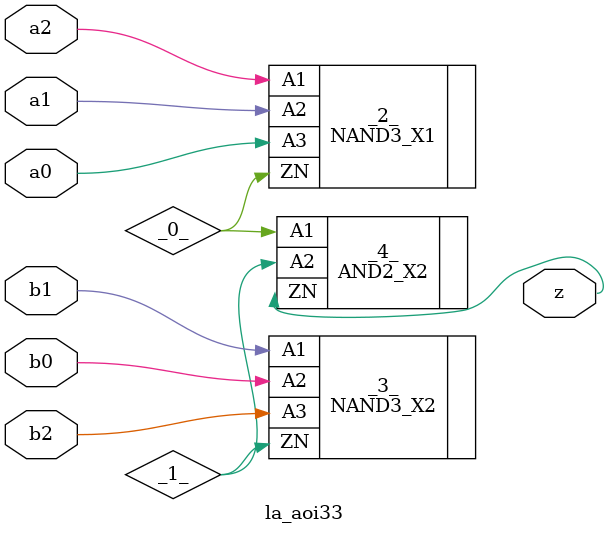
<source format=v>

/* Generated by Yosys 0.44 (git sha1 80ba43d26, g++ 11.4.0-1ubuntu1~22.04 -fPIC -O3) */

(* top =  1  *)
(* src = "inputs/la_aoi33.v:10.1-24.10" *)
module la_aoi33 (
    a0,
    a1,
    a2,
    b0,
    b1,
    b2,
    z
);
  wire _0_;
  wire _1_;
  (* src = "inputs/la_aoi33.v:13.12-13.14" *)
  input a0;
  wire a0;
  (* src = "inputs/la_aoi33.v:14.12-14.14" *)
  input a1;
  wire a1;
  (* src = "inputs/la_aoi33.v:15.12-15.14" *)
  input a2;
  wire a2;
  (* src = "inputs/la_aoi33.v:16.12-16.14" *)
  input b0;
  wire b0;
  (* src = "inputs/la_aoi33.v:17.12-17.14" *)
  input b1;
  wire b1;
  (* src = "inputs/la_aoi33.v:18.12-18.14" *)
  input b2;
  wire b2;
  (* src = "inputs/la_aoi33.v:19.12-19.13" *)
  output z;
  wire z;
  NAND3_X1 _2_ (
      .A1(a2),
      .A2(a1),
      .A3(a0),
      .ZN(_0_)
  );
  NAND3_X2 _3_ (
      .A1(b1),
      .A2(b0),
      .A3(b2),
      .ZN(_1_)
  );
  AND2_X2 _4_ (
      .A1(_0_),
      .A2(_1_),
      .ZN(z)
  );
endmodule

</source>
